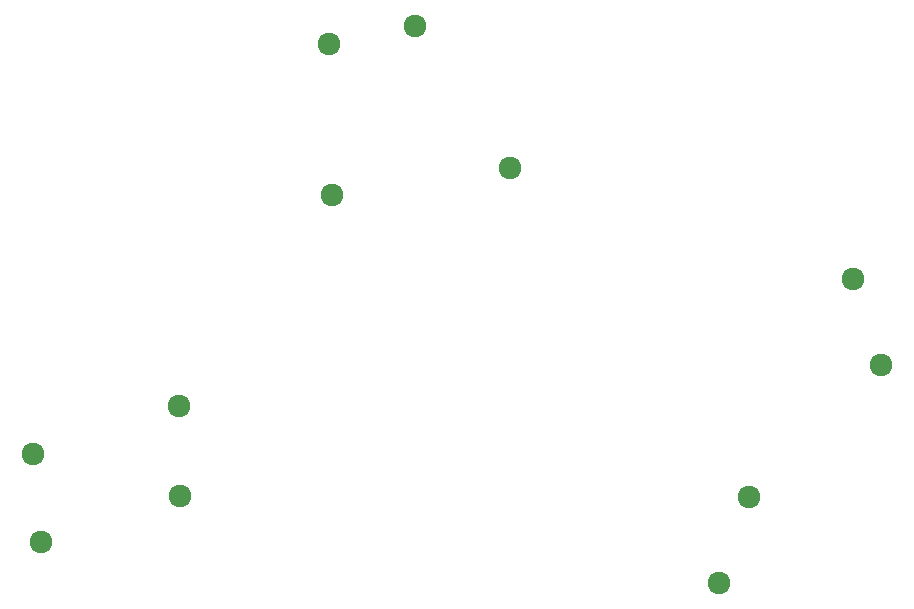
<source format=gbs>
G04 #@! TF.FileFunction,Soldermask,Bot*
%FSLAX46Y46*%
G04 Gerber Fmt 4.6, Leading zero omitted, Abs format (unit mm)*
G04 Created by KiCad (PCBNEW 4.0.1-stable) date 1/15/2016 5:52:32 PM*
%MOMM*%
G01*
G04 APERTURE LIST*
%ADD10C,0.100000*%
%ADD11C,1.924000*%
G04 APERTURE END LIST*
D10*
D11*
X108410000Y-95990000D03*
X140780000Y-59760000D03*
X109100000Y-103440000D03*
X177830000Y-81210000D03*
X180200000Y-88430000D03*
X133430000Y-61300000D03*
X148790000Y-71750000D03*
X120810000Y-99560000D03*
X120720000Y-91920000D03*
X133730000Y-74040000D03*
X166500000Y-106940000D03*
X169040000Y-99630000D03*
M02*

</source>
